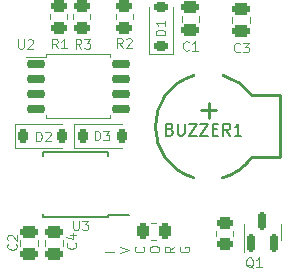
<source format=gbr>
%TF.GenerationSoftware,KiCad,Pcbnew,7.0.10*%
%TF.CreationDate,2026-01-16T16:27:33+08:00*%
%TF.ProjectId,NeepNeep-DAC-V1,4e656570-4e65-4657-902d-4441432d5631,rev?*%
%TF.SameCoordinates,Original*%
%TF.FileFunction,Legend,Top*%
%TF.FilePolarity,Positive*%
%FSLAX46Y46*%
G04 Gerber Fmt 4.6, Leading zero omitted, Abs format (unit mm)*
G04 Created by KiCad (PCBNEW 7.0.10) date 2026-01-16 16:27:33*
%MOMM*%
%LPD*%
G01*
G04 APERTURE LIST*
G04 Aperture macros list*
%AMRoundRect*
0 Rectangle with rounded corners*
0 $1 Rounding radius*
0 $2 $3 $4 $5 $6 $7 $8 $9 X,Y pos of 4 corners*
0 Add a 4 corners polygon primitive as box body*
4,1,4,$2,$3,$4,$5,$6,$7,$8,$9,$2,$3,0*
0 Add four circle primitives for the rounded corners*
1,1,$1+$1,$2,$3*
1,1,$1+$1,$4,$5*
1,1,$1+$1,$6,$7*
1,1,$1+$1,$8,$9*
0 Add four rect primitives between the rounded corners*
20,1,$1+$1,$2,$3,$4,$5,0*
20,1,$1+$1,$4,$5,$6,$7,0*
20,1,$1+$1,$6,$7,$8,$9,0*
20,1,$1+$1,$8,$9,$2,$3,0*%
G04 Aperture macros list end*
%ADD10C,0.150000*%
%ADD11C,0.100000*%
%ADD12C,0.250000*%
%ADD13C,0.120000*%
%ADD14R,2.000000X3.000000*%
%ADD15RoundRect,0.250000X-0.475000X0.250000X-0.475000X-0.250000X0.475000X-0.250000X0.475000X0.250000X0*%
%ADD16RoundRect,0.250000X-0.450000X0.262500X-0.450000X-0.262500X0.450000X-0.262500X0.450000X0.262500X0*%
%ADD17RoundRect,0.225000X-0.225000X-0.375000X0.225000X-0.375000X0.225000X0.375000X-0.225000X0.375000X0*%
%ADD18R,1.700000X0.650000*%
%ADD19RoundRect,0.150000X-0.650000X-0.150000X0.650000X-0.150000X0.650000X0.150000X-0.650000X0.150000X0*%
%ADD20RoundRect,0.225000X0.375000X-0.225000X0.375000X0.225000X-0.375000X0.225000X-0.375000X-0.225000X0*%
%ADD21RoundRect,0.250000X-0.262500X-0.450000X0.262500X-0.450000X0.262500X0.450000X-0.262500X0.450000X0*%
%ADD22RoundRect,0.150000X0.150000X-0.587500X0.150000X0.587500X-0.150000X0.587500X-0.150000X-0.587500X0*%
%ADD23R,1.000000X1.000000*%
%ADD24O,1.000000X1.000000*%
G04 APERTURE END LIST*
D10*
X1916666Y268991D02*
X2059523Y221372D01*
X2059523Y221372D02*
X2107142Y173753D01*
X2107142Y173753D02*
X2154761Y78515D01*
X2154761Y78515D02*
X2154761Y-64342D01*
X2154761Y-64342D02*
X2107142Y-159580D01*
X2107142Y-159580D02*
X2059523Y-207200D01*
X2059523Y-207200D02*
X1964285Y-254819D01*
X1964285Y-254819D02*
X1583333Y-254819D01*
X1583333Y-254819D02*
X1583333Y745181D01*
X1583333Y745181D02*
X1916666Y745181D01*
X1916666Y745181D02*
X2011904Y697562D01*
X2011904Y697562D02*
X2059523Y649943D01*
X2059523Y649943D02*
X2107142Y554705D01*
X2107142Y554705D02*
X2107142Y459467D01*
X2107142Y459467D02*
X2059523Y364229D01*
X2059523Y364229D02*
X2011904Y316610D01*
X2011904Y316610D02*
X1916666Y268991D01*
X1916666Y268991D02*
X1583333Y268991D01*
X2583333Y745181D02*
X2583333Y-64342D01*
X2583333Y-64342D02*
X2630952Y-159580D01*
X2630952Y-159580D02*
X2678571Y-207200D01*
X2678571Y-207200D02*
X2773809Y-254819D01*
X2773809Y-254819D02*
X2964285Y-254819D01*
X2964285Y-254819D02*
X3059523Y-207200D01*
X3059523Y-207200D02*
X3107142Y-159580D01*
X3107142Y-159580D02*
X3154761Y-64342D01*
X3154761Y-64342D02*
X3154761Y745181D01*
X3535714Y745181D02*
X4202380Y745181D01*
X4202380Y745181D02*
X3535714Y-254819D01*
X3535714Y-254819D02*
X4202380Y-254819D01*
X4488095Y745181D02*
X5154761Y745181D01*
X5154761Y745181D02*
X4488095Y-254819D01*
X4488095Y-254819D02*
X5154761Y-254819D01*
X5535714Y268991D02*
X5869047Y268991D01*
X6011904Y-254819D02*
X5535714Y-254819D01*
X5535714Y-254819D02*
X5535714Y745181D01*
X5535714Y745181D02*
X6011904Y745181D01*
X7011904Y-254819D02*
X6678571Y221372D01*
X6440476Y-254819D02*
X6440476Y745181D01*
X6440476Y745181D02*
X6821428Y745181D01*
X6821428Y745181D02*
X6916666Y697562D01*
X6916666Y697562D02*
X6964285Y649943D01*
X6964285Y649943D02*
X7011904Y554705D01*
X7011904Y554705D02*
X7011904Y411848D01*
X7011904Y411848D02*
X6964285Y316610D01*
X6964285Y316610D02*
X6916666Y268991D01*
X6916666Y268991D02*
X6821428Y221372D01*
X6821428Y221372D02*
X6440476Y221372D01*
X7964285Y-254819D02*
X7392857Y-254819D01*
X7678571Y-254819D02*
X7678571Y745181D01*
X7678571Y745181D02*
X7583333Y602324D01*
X7583333Y602324D02*
X7488095Y507086D01*
X7488095Y507086D02*
X7392857Y459467D01*
D11*
X-6111296Y-9333332D02*
X-6073200Y-9371428D01*
X-6073200Y-9371428D02*
X-6035105Y-9485713D01*
X-6035105Y-9485713D02*
X-6035105Y-9561904D01*
X-6035105Y-9561904D02*
X-6073200Y-9676190D01*
X-6073200Y-9676190D02*
X-6149391Y-9752380D01*
X-6149391Y-9752380D02*
X-6225581Y-9790475D01*
X-6225581Y-9790475D02*
X-6377962Y-9828571D01*
X-6377962Y-9828571D02*
X-6492248Y-9828571D01*
X-6492248Y-9828571D02*
X-6644629Y-9790475D01*
X-6644629Y-9790475D02*
X-6720820Y-9752380D01*
X-6720820Y-9752380D02*
X-6797010Y-9676190D01*
X-6797010Y-9676190D02*
X-6835105Y-9561904D01*
X-6835105Y-9561904D02*
X-6835105Y-9485713D01*
X-6835105Y-9485713D02*
X-6797010Y-9371428D01*
X-6797010Y-9371428D02*
X-6758915Y-9333332D01*
X-6568439Y-8647618D02*
X-6035105Y-8647618D01*
X-6873200Y-8838094D02*
X-6301772Y-9028571D01*
X-6301772Y-9028571D02*
X-6301772Y-8533332D01*
X7816667Y6861296D02*
X7778571Y6823200D01*
X7778571Y6823200D02*
X7664286Y6785105D01*
X7664286Y6785105D02*
X7588095Y6785105D01*
X7588095Y6785105D02*
X7473809Y6823200D01*
X7473809Y6823200D02*
X7397619Y6899391D01*
X7397619Y6899391D02*
X7359524Y6975581D01*
X7359524Y6975581D02*
X7321428Y7127962D01*
X7321428Y7127962D02*
X7321428Y7242248D01*
X7321428Y7242248D02*
X7359524Y7394629D01*
X7359524Y7394629D02*
X7397619Y7470820D01*
X7397619Y7470820D02*
X7473809Y7547010D01*
X7473809Y7547010D02*
X7588095Y7585105D01*
X7588095Y7585105D02*
X7664286Y7585105D01*
X7664286Y7585105D02*
X7778571Y7547010D01*
X7778571Y7547010D02*
X7816667Y7508915D01*
X8083333Y7585105D02*
X8578571Y7585105D01*
X8578571Y7585105D02*
X8311905Y7280343D01*
X8311905Y7280343D02*
X8426190Y7280343D01*
X8426190Y7280343D02*
X8502381Y7242248D01*
X8502381Y7242248D02*
X8540476Y7204153D01*
X8540476Y7204153D02*
X8578571Y7127962D01*
X8578571Y7127962D02*
X8578571Y6937486D01*
X8578571Y6937486D02*
X8540476Y6861296D01*
X8540476Y6861296D02*
X8502381Y6823200D01*
X8502381Y6823200D02*
X8426190Y6785105D01*
X8426190Y6785105D02*
X8197619Y6785105D01*
X8197619Y6785105D02*
X8121428Y6823200D01*
X8121428Y6823200D02*
X8083333Y6861296D01*
X-5583333Y7085105D02*
X-5850000Y7466058D01*
X-6040476Y7085105D02*
X-6040476Y7885105D01*
X-6040476Y7885105D02*
X-5735714Y7885105D01*
X-5735714Y7885105D02*
X-5659524Y7847010D01*
X-5659524Y7847010D02*
X-5621429Y7808915D01*
X-5621429Y7808915D02*
X-5583333Y7732724D01*
X-5583333Y7732724D02*
X-5583333Y7618439D01*
X-5583333Y7618439D02*
X-5621429Y7542248D01*
X-5621429Y7542248D02*
X-5659524Y7504153D01*
X-5659524Y7504153D02*
X-5735714Y7466058D01*
X-5735714Y7466058D02*
X-6040476Y7466058D01*
X-5316667Y7885105D02*
X-4821429Y7885105D01*
X-4821429Y7885105D02*
X-5088095Y7580343D01*
X-5088095Y7580343D02*
X-4973810Y7580343D01*
X-4973810Y7580343D02*
X-4897619Y7542248D01*
X-4897619Y7542248D02*
X-4859524Y7504153D01*
X-4859524Y7504153D02*
X-4821429Y7427962D01*
X-4821429Y7427962D02*
X-4821429Y7237486D01*
X-4821429Y7237486D02*
X-4859524Y7161296D01*
X-4859524Y7161296D02*
X-4897619Y7123200D01*
X-4897619Y7123200D02*
X-4973810Y7085105D01*
X-4973810Y7085105D02*
X-5202381Y7085105D01*
X-5202381Y7085105D02*
X-5278572Y7123200D01*
X-5278572Y7123200D02*
X-5316667Y7161296D01*
X-2083333Y7185105D02*
X-2350000Y7566058D01*
X-2540476Y7185105D02*
X-2540476Y7985105D01*
X-2540476Y7985105D02*
X-2235714Y7985105D01*
X-2235714Y7985105D02*
X-2159524Y7947010D01*
X-2159524Y7947010D02*
X-2121429Y7908915D01*
X-2121429Y7908915D02*
X-2083333Y7832724D01*
X-2083333Y7832724D02*
X-2083333Y7718439D01*
X-2083333Y7718439D02*
X-2121429Y7642248D01*
X-2121429Y7642248D02*
X-2159524Y7604153D01*
X-2159524Y7604153D02*
X-2235714Y7566058D01*
X-2235714Y7566058D02*
X-2540476Y7566058D01*
X-1778572Y7908915D02*
X-1740476Y7947010D01*
X-1740476Y7947010D02*
X-1664286Y7985105D01*
X-1664286Y7985105D02*
X-1473810Y7985105D01*
X-1473810Y7985105D02*
X-1397619Y7947010D01*
X-1397619Y7947010D02*
X-1359524Y7908915D01*
X-1359524Y7908915D02*
X-1321429Y7832724D01*
X-1321429Y7832724D02*
X-1321429Y7756534D01*
X-1321429Y7756534D02*
X-1359524Y7642248D01*
X-1359524Y7642248D02*
X-1816667Y7185105D01*
X-1816667Y7185105D02*
X-1321429Y7185105D01*
X-7583333Y7135105D02*
X-7850000Y7516058D01*
X-8040476Y7135105D02*
X-8040476Y7935105D01*
X-8040476Y7935105D02*
X-7735714Y7935105D01*
X-7735714Y7935105D02*
X-7659524Y7897010D01*
X-7659524Y7897010D02*
X-7621429Y7858915D01*
X-7621429Y7858915D02*
X-7583333Y7782724D01*
X-7583333Y7782724D02*
X-7583333Y7668439D01*
X-7583333Y7668439D02*
X-7621429Y7592248D01*
X-7621429Y7592248D02*
X-7659524Y7554153D01*
X-7659524Y7554153D02*
X-7735714Y7516058D01*
X-7735714Y7516058D02*
X-8040476Y7516058D01*
X-6821429Y7135105D02*
X-7278572Y7135105D01*
X-7050000Y7135105D02*
X-7050000Y7935105D01*
X-7050000Y7935105D02*
X-7126191Y7820820D01*
X-7126191Y7820820D02*
X-7202381Y7744629D01*
X-7202381Y7744629D02*
X-7278572Y7706534D01*
X-4440476Y-664895D02*
X-4440476Y135105D01*
X-4440476Y135105D02*
X-4250000Y135105D01*
X-4250000Y135105D02*
X-4135714Y97010D01*
X-4135714Y97010D02*
X-4059524Y20820D01*
X-4059524Y20820D02*
X-4021429Y-55371D01*
X-4021429Y-55371D02*
X-3983333Y-207752D01*
X-3983333Y-207752D02*
X-3983333Y-322038D01*
X-3983333Y-322038D02*
X-4021429Y-474419D01*
X-4021429Y-474419D02*
X-4059524Y-550609D01*
X-4059524Y-550609D02*
X-4135714Y-626800D01*
X-4135714Y-626800D02*
X-4250000Y-664895D01*
X-4250000Y-664895D02*
X-4440476Y-664895D01*
X-3716667Y135105D02*
X-3221429Y135105D01*
X-3221429Y135105D02*
X-3488095Y-169657D01*
X-3488095Y-169657D02*
X-3373810Y-169657D01*
X-3373810Y-169657D02*
X-3297619Y-207752D01*
X-3297619Y-207752D02*
X-3259524Y-245847D01*
X-3259524Y-245847D02*
X-3221429Y-322038D01*
X-3221429Y-322038D02*
X-3221429Y-512514D01*
X-3221429Y-512514D02*
X-3259524Y-588704D01*
X-3259524Y-588704D02*
X-3297619Y-626800D01*
X-3297619Y-626800D02*
X-3373810Y-664895D01*
X-3373810Y-664895D02*
X-3602381Y-664895D01*
X-3602381Y-664895D02*
X-3678572Y-626800D01*
X-3678572Y-626800D02*
X-3716667Y-588704D01*
X-9390476Y-714895D02*
X-9390476Y85105D01*
X-9390476Y85105D02*
X-9200000Y85105D01*
X-9200000Y85105D02*
X-9085714Y47010D01*
X-9085714Y47010D02*
X-9009524Y-29180D01*
X-9009524Y-29180D02*
X-8971429Y-105371D01*
X-8971429Y-105371D02*
X-8933333Y-257752D01*
X-8933333Y-257752D02*
X-8933333Y-372038D01*
X-8933333Y-372038D02*
X-8971429Y-524419D01*
X-8971429Y-524419D02*
X-9009524Y-600609D01*
X-9009524Y-600609D02*
X-9085714Y-676800D01*
X-9085714Y-676800D02*
X-9200000Y-714895D01*
X-9200000Y-714895D02*
X-9390476Y-714895D01*
X-8628572Y8915D02*
X-8590476Y47010D01*
X-8590476Y47010D02*
X-8514286Y85105D01*
X-8514286Y85105D02*
X-8323810Y85105D01*
X-8323810Y85105D02*
X-8247619Y47010D01*
X-8247619Y47010D02*
X-8209524Y8915D01*
X-8209524Y8915D02*
X-8171429Y-67276D01*
X-8171429Y-67276D02*
X-8171429Y-143466D01*
X-8171429Y-143466D02*
X-8209524Y-257752D01*
X-8209524Y-257752D02*
X-8666667Y-714895D01*
X-8666667Y-714895D02*
X-8171429Y-714895D01*
X-6259524Y-7464895D02*
X-6259524Y-8112514D01*
X-6259524Y-8112514D02*
X-6221429Y-8188704D01*
X-6221429Y-8188704D02*
X-6183334Y-8226800D01*
X-6183334Y-8226800D02*
X-6107143Y-8264895D01*
X-6107143Y-8264895D02*
X-5954762Y-8264895D01*
X-5954762Y-8264895D02*
X-5878572Y-8226800D01*
X-5878572Y-8226800D02*
X-5840477Y-8188704D01*
X-5840477Y-8188704D02*
X-5802381Y-8112514D01*
X-5802381Y-8112514D02*
X-5802381Y-7464895D01*
X-5497620Y-7464895D02*
X-5002382Y-7464895D01*
X-5002382Y-7464895D02*
X-5269048Y-7769657D01*
X-5269048Y-7769657D02*
X-5154763Y-7769657D01*
X-5154763Y-7769657D02*
X-5078572Y-7807752D01*
X-5078572Y-7807752D02*
X-5040477Y-7845847D01*
X-5040477Y-7845847D02*
X-5002382Y-7922038D01*
X-5002382Y-7922038D02*
X-5002382Y-8112514D01*
X-5002382Y-8112514D02*
X-5040477Y-8188704D01*
X-5040477Y-8188704D02*
X-5078572Y-8226800D01*
X-5078572Y-8226800D02*
X-5154763Y-8264895D01*
X-5154763Y-8264895D02*
X-5383334Y-8264895D01*
X-5383334Y-8264895D02*
X-5459525Y-8226800D01*
X-5459525Y-8226800D02*
X-5497620Y-8188704D01*
X-10909524Y7885105D02*
X-10909524Y7237486D01*
X-10909524Y7237486D02*
X-10871429Y7161296D01*
X-10871429Y7161296D02*
X-10833334Y7123200D01*
X-10833334Y7123200D02*
X-10757143Y7085105D01*
X-10757143Y7085105D02*
X-10604762Y7085105D01*
X-10604762Y7085105D02*
X-10528572Y7123200D01*
X-10528572Y7123200D02*
X-10490477Y7161296D01*
X-10490477Y7161296D02*
X-10452381Y7237486D01*
X-10452381Y7237486D02*
X-10452381Y7885105D01*
X-10109525Y7808915D02*
X-10071429Y7847010D01*
X-10071429Y7847010D02*
X-9995239Y7885105D01*
X-9995239Y7885105D02*
X-9804763Y7885105D01*
X-9804763Y7885105D02*
X-9728572Y7847010D01*
X-9728572Y7847010D02*
X-9690477Y7808915D01*
X-9690477Y7808915D02*
X-9652382Y7732724D01*
X-9652382Y7732724D02*
X-9652382Y7656534D01*
X-9652382Y7656534D02*
X-9690477Y7542248D01*
X-9690477Y7542248D02*
X-10147620Y7085105D01*
X-10147620Y7085105D02*
X-9652382Y7085105D01*
X1514895Y8259525D02*
X714895Y8259525D01*
X714895Y8259525D02*
X714895Y8450001D01*
X714895Y8450001D02*
X752990Y8564287D01*
X752990Y8564287D02*
X829180Y8640477D01*
X829180Y8640477D02*
X905371Y8678572D01*
X905371Y8678572D02*
X1057752Y8716668D01*
X1057752Y8716668D02*
X1172038Y8716668D01*
X1172038Y8716668D02*
X1324419Y8678572D01*
X1324419Y8678572D02*
X1400609Y8640477D01*
X1400609Y8640477D02*
X1476800Y8564287D01*
X1476800Y8564287D02*
X1514895Y8450001D01*
X1514895Y8450001D02*
X1514895Y8259525D01*
X1514895Y9478572D02*
X1514895Y9021429D01*
X1514895Y9250001D02*
X714895Y9250001D01*
X714895Y9250001D02*
X829180Y9173810D01*
X829180Y9173810D02*
X905371Y9097620D01*
X905371Y9097620D02*
X943466Y9021429D01*
X3516667Y7011296D02*
X3478571Y6973200D01*
X3478571Y6973200D02*
X3364286Y6935105D01*
X3364286Y6935105D02*
X3288095Y6935105D01*
X3288095Y6935105D02*
X3173809Y6973200D01*
X3173809Y6973200D02*
X3097619Y7049391D01*
X3097619Y7049391D02*
X3059524Y7125581D01*
X3059524Y7125581D02*
X3021428Y7277962D01*
X3021428Y7277962D02*
X3021428Y7392248D01*
X3021428Y7392248D02*
X3059524Y7544629D01*
X3059524Y7544629D02*
X3097619Y7620820D01*
X3097619Y7620820D02*
X3173809Y7697010D01*
X3173809Y7697010D02*
X3288095Y7735105D01*
X3288095Y7735105D02*
X3364286Y7735105D01*
X3364286Y7735105D02*
X3478571Y7697010D01*
X3478571Y7697010D02*
X3516667Y7658915D01*
X4278571Y6935105D02*
X3821428Y6935105D01*
X4050000Y6935105D02*
X4050000Y7735105D01*
X4050000Y7735105D02*
X3973809Y7620820D01*
X3973809Y7620820D02*
X3897619Y7544629D01*
X3897619Y7544629D02*
X3821428Y7506534D01*
X8973809Y-11453585D02*
X8897619Y-11415490D01*
X8897619Y-11415490D02*
X8821428Y-11339300D01*
X8821428Y-11339300D02*
X8707142Y-11225014D01*
X8707142Y-11225014D02*
X8630952Y-11186919D01*
X8630952Y-11186919D02*
X8554761Y-11186919D01*
X8592857Y-11377395D02*
X8516666Y-11339300D01*
X8516666Y-11339300D02*
X8440476Y-11263109D01*
X8440476Y-11263109D02*
X8402380Y-11110728D01*
X8402380Y-11110728D02*
X8402380Y-10844061D01*
X8402380Y-10844061D02*
X8440476Y-10691680D01*
X8440476Y-10691680D02*
X8516666Y-10615490D01*
X8516666Y-10615490D02*
X8592857Y-10577395D01*
X8592857Y-10577395D02*
X8745238Y-10577395D01*
X8745238Y-10577395D02*
X8821428Y-10615490D01*
X8821428Y-10615490D02*
X8897619Y-10691680D01*
X8897619Y-10691680D02*
X8935714Y-10844061D01*
X8935714Y-10844061D02*
X8935714Y-11110728D01*
X8935714Y-11110728D02*
X8897619Y-11263109D01*
X8897619Y-11263109D02*
X8821428Y-11339300D01*
X8821428Y-11339300D02*
X8745238Y-11377395D01*
X8745238Y-11377395D02*
X8592857Y-11377395D01*
X9697618Y-11377395D02*
X9240475Y-11377395D01*
X9469047Y-11377395D02*
X9469047Y-10577395D01*
X9469047Y-10577395D02*
X9392856Y-10691680D01*
X9392856Y-10691680D02*
X9316666Y-10767871D01*
X9316666Y-10767871D02*
X9240475Y-10805966D01*
X199895Y-9956353D02*
X199895Y-9803972D01*
X199895Y-9803972D02*
X237990Y-9727782D01*
X237990Y-9727782D02*
X314180Y-9651591D01*
X314180Y-9651591D02*
X466561Y-9613496D01*
X466561Y-9613496D02*
X733228Y-9613496D01*
X733228Y-9613496D02*
X885609Y-9651591D01*
X885609Y-9651591D02*
X961800Y-9727782D01*
X961800Y-9727782D02*
X999895Y-9803972D01*
X999895Y-9803972D02*
X999895Y-9956353D01*
X999895Y-9956353D02*
X961800Y-10032544D01*
X961800Y-10032544D02*
X885609Y-10108734D01*
X885609Y-10108734D02*
X733228Y-10146830D01*
X733228Y-10146830D02*
X466561Y-10146830D01*
X466561Y-10146830D02*
X314180Y-10108734D01*
X314180Y-10108734D02*
X237990Y-10032544D01*
X237990Y-10032544D02*
X199895Y-9956353D01*
X2269895Y-9651591D02*
X1888942Y-9918258D01*
X2269895Y-10108734D02*
X1469895Y-10108734D01*
X1469895Y-10108734D02*
X1469895Y-9803972D01*
X1469895Y-9803972D02*
X1507990Y-9727782D01*
X1507990Y-9727782D02*
X1546085Y-9689687D01*
X1546085Y-9689687D02*
X1622276Y-9651591D01*
X1622276Y-9651591D02*
X1736561Y-9651591D01*
X1736561Y-9651591D02*
X1812752Y-9689687D01*
X1812752Y-9689687D02*
X1850847Y-9727782D01*
X1850847Y-9727782D02*
X1888942Y-9803972D01*
X1888942Y-9803972D02*
X1888942Y-10108734D01*
X-346296Y-9651591D02*
X-308200Y-9689687D01*
X-308200Y-9689687D02*
X-270105Y-9803972D01*
X-270105Y-9803972D02*
X-270105Y-9880163D01*
X-270105Y-9880163D02*
X-308200Y-9994449D01*
X-308200Y-9994449D02*
X-384391Y-10070639D01*
X-384391Y-10070639D02*
X-460581Y-10108734D01*
X-460581Y-10108734D02*
X-612962Y-10146830D01*
X-612962Y-10146830D02*
X-727248Y-10146830D01*
X-727248Y-10146830D02*
X-879629Y-10108734D01*
X-879629Y-10108734D02*
X-955820Y-10070639D01*
X-955820Y-10070639D02*
X-1032010Y-9994449D01*
X-1032010Y-9994449D02*
X-1070105Y-9880163D01*
X-1070105Y-9880163D02*
X-1070105Y-9803972D01*
X-1070105Y-9803972D02*
X-1032010Y-9689687D01*
X-1032010Y-9689687D02*
X-993915Y-9651591D01*
X2777990Y-9689687D02*
X2739895Y-9765877D01*
X2739895Y-9765877D02*
X2739895Y-9880163D01*
X2739895Y-9880163D02*
X2777990Y-9994449D01*
X2777990Y-9994449D02*
X2854180Y-10070639D01*
X2854180Y-10070639D02*
X2930371Y-10108734D01*
X2930371Y-10108734D02*
X3082752Y-10146830D01*
X3082752Y-10146830D02*
X3197038Y-10146830D01*
X3197038Y-10146830D02*
X3349419Y-10108734D01*
X3349419Y-10108734D02*
X3425609Y-10070639D01*
X3425609Y-10070639D02*
X3501800Y-9994449D01*
X3501800Y-9994449D02*
X3539895Y-9880163D01*
X3539895Y-9880163D02*
X3539895Y-9803972D01*
X3539895Y-9803972D02*
X3501800Y-9689687D01*
X3501800Y-9689687D02*
X3463704Y-9651591D01*
X3463704Y-9651591D02*
X3197038Y-9651591D01*
X3197038Y-9651591D02*
X3197038Y-9803972D01*
X-2340105Y-10223020D02*
X-1540105Y-9956353D01*
X-1540105Y-9956353D02*
X-2340105Y-9689687D01*
X-2810105Y-10108734D02*
X-3610105Y-10108734D01*
X-11111296Y-9433332D02*
X-11073200Y-9471428D01*
X-11073200Y-9471428D02*
X-11035105Y-9585713D01*
X-11035105Y-9585713D02*
X-11035105Y-9661904D01*
X-11035105Y-9661904D02*
X-11073200Y-9776190D01*
X-11073200Y-9776190D02*
X-11149391Y-9852380D01*
X-11149391Y-9852380D02*
X-11225581Y-9890475D01*
X-11225581Y-9890475D02*
X-11377962Y-9928571D01*
X-11377962Y-9928571D02*
X-11492248Y-9928571D01*
X-11492248Y-9928571D02*
X-11644629Y-9890475D01*
X-11644629Y-9890475D02*
X-11720820Y-9852380D01*
X-11720820Y-9852380D02*
X-11797010Y-9776190D01*
X-11797010Y-9776190D02*
X-11835105Y-9661904D01*
X-11835105Y-9661904D02*
X-11835105Y-9585713D01*
X-11835105Y-9585713D02*
X-11797010Y-9471428D01*
X-11797010Y-9471428D02*
X-11758915Y-9433332D01*
X-11758915Y-9128571D02*
X-11797010Y-9090475D01*
X-11797010Y-9090475D02*
X-11835105Y-9014285D01*
X-11835105Y-9014285D02*
X-11835105Y-8823809D01*
X-11835105Y-8823809D02*
X-11797010Y-8747618D01*
X-11797010Y-8747618D02*
X-11758915Y-8709523D01*
X-11758915Y-8709523D02*
X-11682724Y-8671428D01*
X-11682724Y-8671428D02*
X-11606534Y-8671428D01*
X-11606534Y-8671428D02*
X-11492248Y-8709523D01*
X-11492248Y-8709523D02*
X-11035105Y-9166666D01*
X-11035105Y-9166666D02*
X-11035105Y-8671428D01*
D12*
%TO.C,BUZZER1*%
X11200000Y3160000D02*
X11200000Y-2100000D01*
X8850000Y3160000D02*
X11200000Y3160000D01*
X5200000Y2530000D02*
X5200000Y1260000D01*
X4560000Y1900000D02*
X5830000Y1900000D01*
X11200000Y-2100000D02*
X8900000Y-2100000D01*
X8852501Y3160927D02*
G75*
G03*
X6420000Y4839999I-3632506J-2660935D01*
G01*
X6378129Y-3836344D02*
G75*
G03*
X8829999Y-2130000I-1198134J4336352D01*
G01*
X3930031Y4820009D02*
G75*
G03*
X3930000Y-3820000I1259969J-4320009D01*
G01*
D13*
%TO.C,C4*%
X-7165000Y-9088748D02*
X-7165000Y-9611252D01*
X-8635000Y-9088748D02*
X-8635000Y-9611252D01*
%TO.C,C3*%
X8685000Y9811252D02*
X8685000Y9288748D01*
X7215000Y9811252D02*
X7215000Y9288748D01*
%TO.C,R3*%
X-4815000Y10027064D02*
X-4815000Y9572936D01*
X-6285000Y10027064D02*
X-6285000Y9572936D01*
%TO.C,R2*%
X-1215000Y10027064D02*
X-1215000Y9572936D01*
X-2685000Y10027064D02*
X-2685000Y9572936D01*
%TO.C,R1*%
X-8235000Y10027064D02*
X-8235000Y9572936D01*
X-6765000Y10027064D02*
X-6765000Y9572936D01*
%TO.C,D3*%
X-6160000Y-1271250D02*
X-2150000Y-1271250D01*
X-6160000Y728750D02*
X-2150000Y728750D01*
X-6160000Y728750D02*
X-6160000Y-1271250D01*
%TO.C,D2*%
X-11210000Y-1271250D02*
X-7200000Y-1271250D01*
X-11210000Y728750D02*
X-7200000Y728750D01*
X-11210000Y728750D02*
X-11210000Y-1271250D01*
D10*
%TO.C,U3*%
X-3300000Y-7155000D02*
X-8800000Y-7155000D01*
X-3300000Y-6950000D02*
X-1550000Y-6950000D01*
X-8800000Y-7155000D02*
X-8800000Y-6855000D01*
X-3300000Y-1645000D02*
X-8800000Y-1645000D01*
X-8800000Y-1645000D02*
X-8800000Y-1945000D01*
X-3300000Y-1645000D02*
X-3300000Y-1945000D01*
X-3300000Y-7155000D02*
X-3300000Y-6950000D01*
D13*
%TO.C,U2*%
X-8575000Y1203750D02*
X-8575000Y1463750D01*
X-8575000Y6393750D02*
X-10250000Y6393750D01*
X-5850000Y6653750D02*
X-8575000Y6653750D01*
X-8575000Y6653750D02*
X-8575000Y6393750D01*
X-3125000Y1203750D02*
X-3125000Y1463750D01*
X-5850000Y1203750D02*
X-3125000Y1203750D01*
X-5850000Y1203750D02*
X-8575000Y1203750D01*
X-3125000Y6653750D02*
X-3125000Y6393750D01*
X-5850000Y6653750D02*
X-3125000Y6653750D01*
%TO.C,D1*%
X2150000Y6640000D02*
X2150000Y10650000D01*
X150000Y6640000D02*
X150000Y10650000D01*
X150000Y6640000D02*
X2150000Y6640000D01*
%TO.C,C1*%
X2915000Y9911252D02*
X2915000Y9388748D01*
X4385000Y9911252D02*
X4385000Y9388748D01*
%TO.C,R6*%
X322936Y-7615000D02*
X777064Y-7615000D01*
X322936Y-9085000D02*
X777064Y-9085000D01*
%TO.C,Q1*%
X11310000Y-8412500D02*
X11310000Y-7762500D01*
X11310000Y-8412500D02*
X11310000Y-9062500D01*
X8190000Y-8412500D02*
X8190000Y-7762500D01*
X8190000Y-8412500D02*
X8190000Y-10087500D01*
%TO.C,C2*%
X-10735000Y-9088748D02*
X-10735000Y-9611252D01*
X-9265000Y-9088748D02*
X-9265000Y-9611252D01*
%TO.C,R7*%
X5815000Y-8322936D02*
X5815000Y-8777064D01*
X7285000Y-8322936D02*
X7285000Y-8777064D01*
%TD*%
%LPC*%
D14*
%TO.C,BUZZER1*%
X5200000Y4500000D03*
X5200000Y-3500000D03*
%TD*%
D15*
%TO.C,C4*%
X-7900000Y-10300000D03*
X-7900000Y-8400000D03*
%TD*%
%TO.C,C3*%
X7950000Y8600000D03*
X7950000Y10500000D03*
%TD*%
D16*
%TO.C,R3*%
X-5550000Y10712500D03*
X-5550000Y8887500D03*
%TD*%
%TO.C,R2*%
X-1950000Y10712500D03*
X-1950000Y8887500D03*
%TD*%
%TO.C,R1*%
X-7500000Y8887500D03*
X-7500000Y10712500D03*
%TD*%
D17*
%TO.C,D3*%
X-5450000Y-271250D03*
X-2150000Y-271250D03*
%TD*%
%TO.C,D2*%
X-10500000Y-271250D03*
X-7200000Y-271250D03*
%TD*%
D18*
%TO.C,U3*%
X-9700000Y-6305000D03*
X-9700000Y-5035000D03*
X-9700000Y-3765000D03*
X-9700000Y-2495000D03*
X-2400000Y-2495000D03*
X-2400000Y-3765000D03*
X-2400000Y-5035000D03*
X-2400000Y-6305000D03*
%TD*%
D19*
%TO.C,U2*%
X-9450000Y5833750D03*
X-9450000Y4563750D03*
X-9450000Y3293750D03*
X-9450000Y2023750D03*
X-2250000Y2023750D03*
X-2250000Y3293750D03*
X-2250000Y4563750D03*
X-2250000Y5833750D03*
%TD*%
D20*
%TO.C,D1*%
X1150000Y7350000D03*
X1150000Y10650000D03*
%TD*%
D15*
%TO.C,C1*%
X3650000Y8700000D03*
X3650000Y10600000D03*
%TD*%
D21*
%TO.C,R6*%
X-362500Y-8350000D03*
X1462500Y-8350000D03*
%TD*%
D22*
%TO.C,Q1*%
X9750000Y-7475000D03*
X10700000Y-9350000D03*
X8800000Y-9350000D03*
%TD*%
D23*
%TO.C,J1*%
X-3175000Y-11000000D03*
D24*
X-1905000Y-11000000D03*
X-635000Y-11000000D03*
X635000Y-11000000D03*
X1905000Y-11000000D03*
X3175000Y-11000000D03*
%TD*%
D15*
%TO.C,C2*%
X-10000000Y-10300000D03*
X-10000000Y-8400000D03*
%TD*%
D16*
%TO.C,R7*%
X6550000Y-9462500D03*
X6550000Y-7637500D03*
%TD*%
%LPD*%
M02*

</source>
